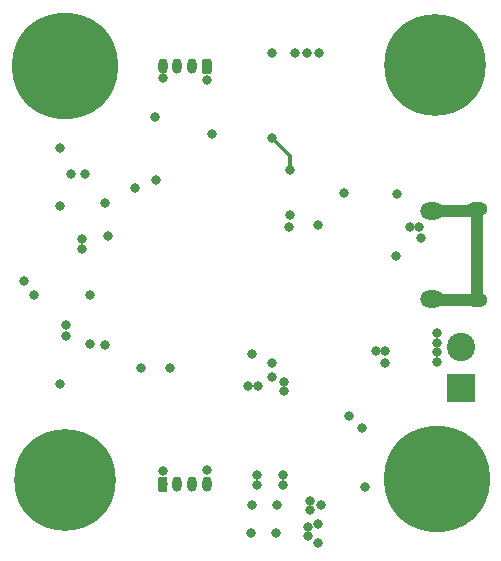
<source format=gbr>
G04 #@! TF.GenerationSoftware,KiCad,Pcbnew,(5.0.1)-4*
G04 #@! TF.CreationDate,2022-09-04T20:15:09+05:45*
G04 #@! TF.ProjectId,STM32_wiith_Buck_Converter,53544D33325F77696974685F4275636B,rev?*
G04 #@! TF.SameCoordinates,Original*
G04 #@! TF.FileFunction,Copper,L4,Bot,Signal*
G04 #@! TF.FilePolarity,Positive*
%FSLAX46Y46*%
G04 Gerber Fmt 4.6, Leading zero omitted, Abs format (unit mm)*
G04 Created by KiCad (PCBNEW (5.0.1)-4) date 04-Sep-22 8:15:09 PM*
%MOMM*%
%LPD*%
G01*
G04 APERTURE LIST*
G04 #@! TA.AperFunction,ComponentPad*
%ADD10O,2.000000X1.450000*%
G04 #@! TD*
G04 #@! TA.AperFunction,ComponentPad*
%ADD11O,1.800000X1.150000*%
G04 #@! TD*
G04 #@! TA.AperFunction,ComponentPad*
%ADD12C,0.900000*%
G04 #@! TD*
G04 #@! TA.AperFunction,ComponentPad*
%ADD13C,8.600000*%
G04 #@! TD*
G04 #@! TA.AperFunction,ComponentPad*
%ADD14C,9.000000*%
G04 #@! TD*
G04 #@! TA.AperFunction,ComponentPad*
%ADD15R,2.400000X2.400000*%
G04 #@! TD*
G04 #@! TA.AperFunction,ComponentPad*
%ADD16C,2.400000*%
G04 #@! TD*
G04 #@! TA.AperFunction,Conductor*
%ADD17C,0.100000*%
G04 #@! TD*
G04 #@! TA.AperFunction,ComponentPad*
%ADD18C,0.800000*%
G04 #@! TD*
G04 #@! TA.AperFunction,ComponentPad*
%ADD19O,0.800000X1.300000*%
G04 #@! TD*
G04 #@! TA.AperFunction,ViaPad*
%ADD20C,0.800000*%
G04 #@! TD*
G04 #@! TA.AperFunction,Conductor*
%ADD21C,0.300000*%
G04 #@! TD*
G04 #@! TA.AperFunction,Conductor*
%ADD22C,1.000000*%
G04 #@! TD*
G04 APERTURE END LIST*
D10*
G04 #@! TO.P,J5,6*
G04 #@! TO.N,Net-(J5-Pad6)*
X144100000Y-71675000D03*
X144100000Y-64225000D03*
D11*
X147900000Y-71825000D03*
X147900000Y-64075000D03*
G04 #@! TD*
D12*
G04 #@! TO.P,H1,1*
G04 #@! TO.N,GND*
X115280419Y-84719581D03*
X113000000Y-83775000D03*
X110719581Y-84719581D03*
X109775000Y-87000000D03*
X110719581Y-89280419D03*
X113000000Y-90225000D03*
X115280419Y-89280419D03*
X116225000Y-87000000D03*
D13*
X113000000Y-87000000D03*
G04 #@! TD*
D12*
G04 #@! TO.P,H2,1*
G04 #@! TO.N,GND*
X146580419Y-49569581D03*
X144300000Y-48625000D03*
X142019581Y-49569581D03*
X141075000Y-51850000D03*
X142019581Y-54130419D03*
X144300000Y-55075000D03*
X146580419Y-54130419D03*
X147525000Y-51850000D03*
D13*
X144300000Y-51850000D03*
G04 #@! TD*
D14*
G04 #@! TO.P,H3,1*
G04 #@! TO.N,GND*
X113000000Y-52000000D03*
D12*
X116375000Y-52000000D03*
X115386485Y-54386485D03*
X113000000Y-55375000D03*
X110613515Y-54386485D03*
X109625000Y-52000000D03*
X110613515Y-49613515D03*
X113000000Y-48625000D03*
X115386485Y-49613515D03*
G04 #@! TD*
G04 #@! TO.P,H4,1*
G04 #@! TO.N,GND*
X146836485Y-84563515D03*
X144450000Y-83575000D03*
X142063515Y-84563515D03*
X141075000Y-86950000D03*
X142063515Y-89336485D03*
X144450000Y-90325000D03*
X146836485Y-89336485D03*
X147825000Y-86950000D03*
D14*
X144450000Y-86950000D03*
G04 #@! TD*
D15*
G04 #@! TO.P,J2,1*
G04 #@! TO.N,+12V*
X146550000Y-79250000D03*
D16*
G04 #@! TO.P,J2,2*
G04 #@! TO.N,GND*
X146550000Y-75750000D03*
G04 #@! TD*
D17*
G04 #@! TO.N,+3V3*
G04 #@! TO.C,J3*
G36*
X121469603Y-86750963D02*
X121489018Y-86753843D01*
X121508057Y-86758612D01*
X121526537Y-86765224D01*
X121544279Y-86773616D01*
X121561114Y-86783706D01*
X121576879Y-86795398D01*
X121591421Y-86808579D01*
X121604602Y-86823121D01*
X121616294Y-86838886D01*
X121626384Y-86855721D01*
X121634776Y-86873463D01*
X121641388Y-86891943D01*
X121646157Y-86910982D01*
X121649037Y-86930397D01*
X121650000Y-86950000D01*
X121650000Y-87850000D01*
X121649037Y-87869603D01*
X121646157Y-87889018D01*
X121641388Y-87908057D01*
X121634776Y-87926537D01*
X121626384Y-87944279D01*
X121616294Y-87961114D01*
X121604602Y-87976879D01*
X121591421Y-87991421D01*
X121576879Y-88004602D01*
X121561114Y-88016294D01*
X121544279Y-88026384D01*
X121526537Y-88034776D01*
X121508057Y-88041388D01*
X121489018Y-88046157D01*
X121469603Y-88049037D01*
X121450000Y-88050000D01*
X121050000Y-88050000D01*
X121030397Y-88049037D01*
X121010982Y-88046157D01*
X120991943Y-88041388D01*
X120973463Y-88034776D01*
X120955721Y-88026384D01*
X120938886Y-88016294D01*
X120923121Y-88004602D01*
X120908579Y-87991421D01*
X120895398Y-87976879D01*
X120883706Y-87961114D01*
X120873616Y-87944279D01*
X120865224Y-87926537D01*
X120858612Y-87908057D01*
X120853843Y-87889018D01*
X120850963Y-87869603D01*
X120850000Y-87850000D01*
X120850000Y-86950000D01*
X120850963Y-86930397D01*
X120853843Y-86910982D01*
X120858612Y-86891943D01*
X120865224Y-86873463D01*
X120873616Y-86855721D01*
X120883706Y-86838886D01*
X120895398Y-86823121D01*
X120908579Y-86808579D01*
X120923121Y-86795398D01*
X120938886Y-86783706D01*
X120955721Y-86773616D01*
X120973463Y-86765224D01*
X120991943Y-86758612D01*
X121010982Y-86753843D01*
X121030397Y-86750963D01*
X121050000Y-86750000D01*
X121450000Y-86750000D01*
X121469603Y-86750963D01*
X121469603Y-86750963D01*
G37*
D18*
G04 #@! TD*
G04 #@! TO.P,J3,1*
G04 #@! TO.N,+3V3*
X121250000Y-87400000D03*
D19*
G04 #@! TO.P,J3,2*
G04 #@! TO.N,UART3_TX*
X122500000Y-87400000D03*
G04 #@! TO.P,J3,3*
G04 #@! TO.N,UART3_RX*
X123750000Y-87400000D03*
G04 #@! TO.P,J3,4*
G04 #@! TO.N,GND*
X125000000Y-87400000D03*
G04 #@! TD*
G04 #@! TO.P,J4,4*
G04 #@! TO.N,GND*
X121250000Y-52000000D03*
G04 #@! TO.P,J4,3*
G04 #@! TO.N,I2C1_SDA*
X122500000Y-52000000D03*
G04 #@! TO.P,J4,2*
G04 #@! TO.N,I2C1_SCL*
X123750000Y-52000000D03*
D17*
G04 #@! TD*
G04 #@! TO.N,+3V3*
G04 #@! TO.C,J4*
G36*
X125219603Y-51350963D02*
X125239018Y-51353843D01*
X125258057Y-51358612D01*
X125276537Y-51365224D01*
X125294279Y-51373616D01*
X125311114Y-51383706D01*
X125326879Y-51395398D01*
X125341421Y-51408579D01*
X125354602Y-51423121D01*
X125366294Y-51438886D01*
X125376384Y-51455721D01*
X125384776Y-51473463D01*
X125391388Y-51491943D01*
X125396157Y-51510982D01*
X125399037Y-51530397D01*
X125400000Y-51550000D01*
X125400000Y-52450000D01*
X125399037Y-52469603D01*
X125396157Y-52489018D01*
X125391388Y-52508057D01*
X125384776Y-52526537D01*
X125376384Y-52544279D01*
X125366294Y-52561114D01*
X125354602Y-52576879D01*
X125341421Y-52591421D01*
X125326879Y-52604602D01*
X125311114Y-52616294D01*
X125294279Y-52626384D01*
X125276537Y-52634776D01*
X125258057Y-52641388D01*
X125239018Y-52646157D01*
X125219603Y-52649037D01*
X125200000Y-52650000D01*
X124800000Y-52650000D01*
X124780397Y-52649037D01*
X124760982Y-52646157D01*
X124741943Y-52641388D01*
X124723463Y-52634776D01*
X124705721Y-52626384D01*
X124688886Y-52616294D01*
X124673121Y-52604602D01*
X124658579Y-52591421D01*
X124645398Y-52576879D01*
X124633706Y-52561114D01*
X124623616Y-52544279D01*
X124615224Y-52526537D01*
X124608612Y-52508057D01*
X124603843Y-52489018D01*
X124600963Y-52469603D01*
X124600000Y-52450000D01*
X124600000Y-51550000D01*
X124600963Y-51530397D01*
X124603843Y-51510982D01*
X124608612Y-51491943D01*
X124615224Y-51473463D01*
X124623616Y-51455721D01*
X124633706Y-51438886D01*
X124645398Y-51423121D01*
X124658579Y-51408579D01*
X124673121Y-51395398D01*
X124688886Y-51383706D01*
X124705721Y-51373616D01*
X124723463Y-51365224D01*
X124741943Y-51358612D01*
X124760982Y-51353843D01*
X124780397Y-51350963D01*
X124800000Y-51350000D01*
X125200000Y-51350000D01*
X125219603Y-51350963D01*
X125219603Y-51350963D01*
G37*
D18*
G04 #@! TO.P,J4,1*
G04 #@! TO.N,+3V3*
X125000000Y-52000000D03*
G04 #@! TD*
D20*
G04 #@! TO.N,GND*
X121300000Y-53000000D03*
G04 #@! TO.N,+3V3*
X125450000Y-57700000D03*
G04 #@! TO.N,GND*
X130500000Y-50900000D03*
X132500000Y-50900000D03*
X133500000Y-50900000D03*
X132000000Y-64600000D03*
X140100000Y-77100000D03*
X140100000Y-76100000D03*
X144500000Y-74600000D03*
X144500000Y-75400000D03*
X144500000Y-76200000D03*
X144500000Y-77000000D03*
X138100000Y-82600000D03*
X137000000Y-81600000D03*
X134700000Y-89100000D03*
X133700000Y-88800000D03*
X133700000Y-89600000D03*
X133600000Y-91000000D03*
X133600000Y-91800000D03*
X125000000Y-86200000D03*
X112600000Y-78900000D03*
X110400000Y-71400000D03*
X109500000Y-70200000D03*
X113500000Y-61100000D03*
X114700000Y-61100000D03*
X116400000Y-63600000D03*
X112600000Y-58900000D03*
X115100000Y-71400000D03*
X113100000Y-73900000D03*
X113100000Y-74800000D03*
X119400000Y-77500000D03*
X114400000Y-66600000D03*
X114400000Y-67500000D03*
X128500000Y-79100000D03*
X130500000Y-77100000D03*
X141100000Y-62800000D03*
X143100000Y-66500000D03*
X141000000Y-68100000D03*
X120700000Y-61600000D03*
X130500000Y-78300000D03*
X131500000Y-78700000D03*
X131500000Y-79500000D03*
X129300000Y-79100000D03*
X134400000Y-65400000D03*
X138400000Y-87600000D03*
X139300000Y-76100000D03*
X143000000Y-65600000D03*
X142200000Y-65600000D03*
G04 #@! TO.N,+3V3*
X120650000Y-56300000D03*
X118950000Y-62300000D03*
X112600000Y-63850000D03*
X115150000Y-75550000D03*
X121850000Y-77500000D03*
X128800000Y-76350000D03*
X134500000Y-50900000D03*
X125000000Y-53150000D03*
X121250000Y-86300000D03*
X116650000Y-66350000D03*
X116400000Y-75600000D03*
X131950000Y-65600000D03*
X136600000Y-62750000D03*
X129275000Y-87450000D03*
X131475000Y-87450000D03*
X128800000Y-89150000D03*
X130900000Y-89150000D03*
X128750000Y-91500000D03*
X130850000Y-91500000D03*
X134450000Y-92350000D03*
X134450000Y-90750000D03*
X129275000Y-86600000D03*
X131475000Y-86600000D03*
G04 #@! TO.N,NRST*
X132000000Y-60800000D03*
X130500000Y-58100000D03*
G04 #@! TD*
D21*
G04 #@! TO.N,NRST*
X132000000Y-60800000D02*
X132000000Y-59600000D01*
X132000000Y-59600000D02*
X130500000Y-58100000D01*
D22*
G04 #@! TO.N,Net-(J5-Pad6)*
X147750000Y-64225000D02*
X147900000Y-64075000D01*
X144100000Y-64225000D02*
X147750000Y-64225000D01*
X147900000Y-64075000D02*
X147900000Y-71825000D01*
X144250000Y-71825000D02*
X144100000Y-71675000D01*
X147900000Y-71825000D02*
X144250000Y-71825000D01*
G04 #@! TD*
M02*

</source>
